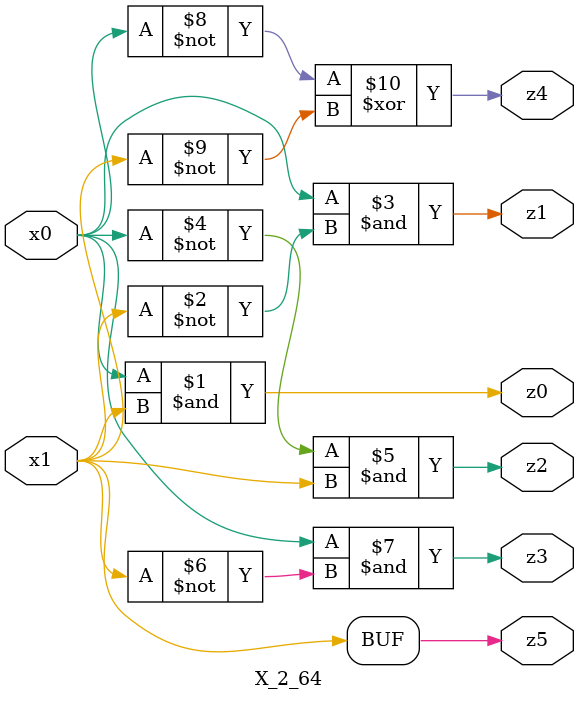
<source format=v>

module X_2_64 ( 
    x0, x1,
    z0, z1, z2, z3, z4, z5  );
  input  x0, x1;
  output z0, z1, z2, z3, z4, z5;
  assign z0 = x0 & x1;
  assign z1 = x0 & ~x1;
  assign z2 = ~x0 & x1;
  assign z3 = x0 & ~x1;
  assign z4 = ~x0 ^ ~x1;
  assign z5 = x0 ? x1 : x1;
endmodule



</source>
